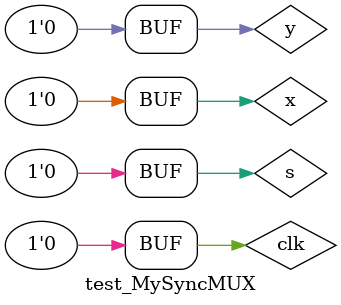
<source format=v>
`timescale 1ns/1ps

module test_MySyncMUX;
	 reg x, y, s, clk;
	 wire m_sync;
	 
	 MySyncMUX MUX_test(.x(x), .y(y), .s(s), .clk(clk), .m_sync(m_sync));
	 
	 initial begin
			clk = 0;
			repeat (16) #2.5 clk = !clk;
	 end
	 
	 initial begin s = 0; repeat (8) #5 s = !s; end
	 initial begin x = 0; repeat (4) #10 x = !x; end
	 initial begin y = 0; repeat (2) #20 y = !y; end
endmodule

</source>
